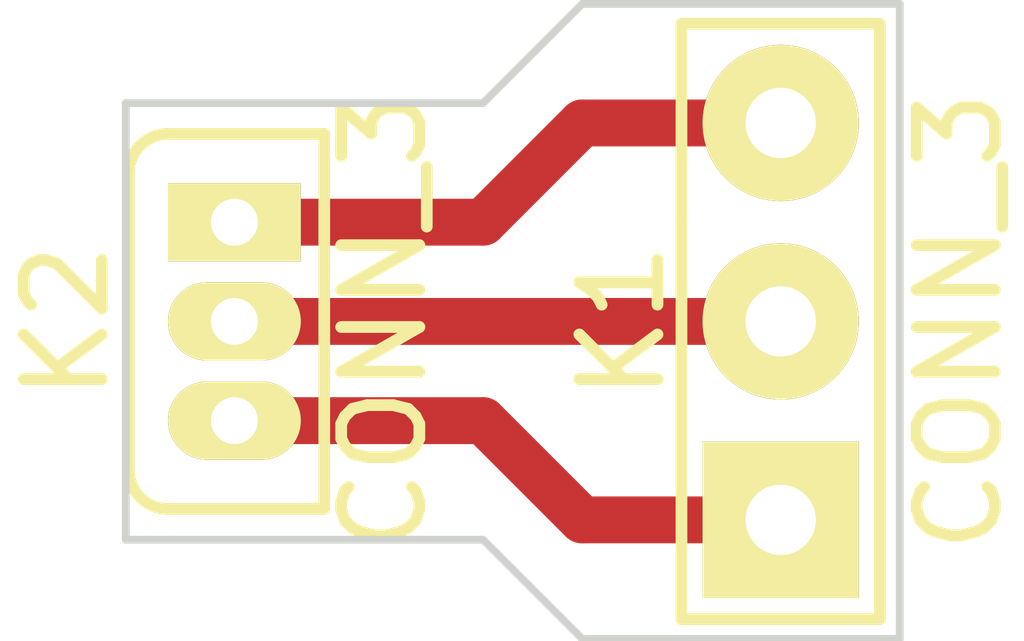
<source format=kicad_pcb>
(kicad_pcb (version 3) (host pcbnew "(2013-may-18)-stable")

  (general
    (links 3)
    (no_connects 0)
    (area 0 0 0 0)
    (thickness 1.6)
    (drawings 8)
    (tracks 7)
    (zones 0)
    (modules 2)
    (nets 4)
  )

  (page A3)
  (layers
    (15 F.Cu signal)
    (0 B.Cu signal)
    (16 B.Adhes user)
    (17 F.Adhes user)
    (18 B.Paste user)
    (19 F.Paste user)
    (20 B.SilkS user)
    (21 F.SilkS user)
    (22 B.Mask user)
    (23 F.Mask user)
    (24 Dwgs.User user)
    (25 Cmts.User user)
    (26 Eco1.User user)
    (27 Eco2.User user)
    (28 Edge.Cuts user)
  )

  (setup
    (last_trace_width 0.6)
    (trace_clearance 0.254)
    (zone_clearance 0.508)
    (zone_45_only no)
    (trace_min 0.254)
    (segment_width 0.2)
    (edge_width 0.1)
    (via_size 0.889)
    (via_drill 0.635)
    (via_min_size 0.889)
    (via_min_drill 0.508)
    (uvia_size 0.508)
    (uvia_drill 0.127)
    (uvias_allowed no)
    (uvia_min_size 0.508)
    (uvia_min_drill 0.127)
    (pcb_text_width 0.3)
    (pcb_text_size 1.5 1.5)
    (mod_edge_width 0.15)
    (mod_text_size 1 1)
    (mod_text_width 0.15)
    (pad_size 1.5 1.5)
    (pad_drill 0.6)
    (pad_to_mask_clearance 0)
    (aux_axis_origin 0 0)
    (visible_elements FFFFFFBF)
    (pcbplotparams
      (layerselection 3178497)
      (usegerberextensions true)
      (excludeedgelayer true)
      (linewidth 0.150000)
      (plotframeref false)
      (viasonmask false)
      (mode 1)
      (useauxorigin false)
      (hpglpennumber 1)
      (hpglpenspeed 20)
      (hpglpendiameter 15)
      (hpglpenoverlay 2)
      (psnegative false)
      (psa4output false)
      (plotreference true)
      (plotvalue true)
      (plotothertext true)
      (plotinvisibletext false)
      (padsonsilk false)
      (subtractmaskfromsilk false)
      (outputformat 1)
      (mirror false)
      (drillshape 1)
      (scaleselection 1)
      (outputdirectory ""))
  )

  (net 0 "")
  (net 1 N-000001)
  (net 2 N-000002)
  (net 3 N-000003)

  (net_class Default "This is the default net class."
    (clearance 0.254)
    (trace_width 0.6)
    (via_dia 0.889)
    (via_drill 0.635)
    (uvia_dia 0.508)
    (uvia_drill 0.127)
    (add_net "")
    (add_net N-000001)
    (add_net N-000002)
    (add_net N-000003)
  )

  (module Tsic_TO92 (layer F.Cu) (tedit 5362AF76) (tstamp 536A8325)
    (at 48.26 27.94 270)
    (path /536A82DA)
    (fp_text reference K2 (at 0 4.064 270) (layer F.SilkS)
      (effects (font (size 1 1) (thickness 0.15)))
    )
    (fp_text value CONN_3 (at 0 0 270) (layer F.SilkS)
      (effects (font (size 1 1) (thickness 0.15)))
    )
    (fp_arc (start 1.9 2.762) (end 2.4 2.762) (angle 90) (layer F.SilkS) (width 0.15))
    (fp_arc (start -1.9 2.762) (end -1.9 3.262) (angle 90) (layer F.SilkS) (width 0.15))
    (fp_line (start -2.4 0.762) (end 2.4 0.762) (layer F.SilkS) (width 0.15))
    (fp_line (start 2.4 0.762) (end 2.4 2.762) (layer F.SilkS) (width 0.15))
    (fp_line (start 1.9 3.262) (end -1.9 3.262) (layer F.SilkS) (width 0.15))
    (fp_line (start -2.4 2.762) (end -2.4 0.762) (layer F.SilkS) (width 0.15))
    (pad 2 thru_hole oval (at 0 1.912 270) (size 1 1.7) (drill 0.6)
      (layers *.Cu *.Mask F.SilkS)
      (net 2 N-000002)
    )
    (pad 1 thru_hole trapezoid (at -1.27 1.912 270) (size 1 1.7) (drill 0.6)
      (layers *.Cu *.Mask F.SilkS)
      (net 1 N-000001)
    )
    (pad 3 thru_hole oval (at 1.27 1.912 270) (size 1 1.7) (drill 0.6)
      (layers *.Cu *.Mask F.SilkS)
      (net 3 N-000003)
    )
  )

  (module Stiftleiste_3x1 (layer F.Cu) (tedit 535A5C42) (tstamp 536A8332)
    (at 53.34 27.94 90)
    (path /536A82CD)
    (fp_text reference K1 (at 0 -2.032 90) (layer F.SilkS)
      (effects (font (size 1 1) (thickness 0.15)))
    )
    (fp_text value CONN_3 (at 0 2.286 90) (layer F.SilkS)
      (effects (font (size 1 1) (thickness 0.15)))
    )
    (fp_line (start 1.27 -1.27) (end 3.81 -1.27) (layer F.SilkS) (width 0.15))
    (fp_line (start 3.81 -1.27) (end 3.81 1.27) (layer F.SilkS) (width 0.15))
    (fp_line (start 3.81 1.27) (end 1.27 1.27) (layer F.SilkS) (width 0.15))
    (fp_line (start -3.81 -1.27) (end 1.27 -1.27) (layer F.SilkS) (width 0.15))
    (fp_line (start 1.27 1.27) (end -3.81 1.27) (layer F.SilkS) (width 0.15))
    (fp_line (start -3.81 1.27) (end -3.81 -1.27) (layer F.SilkS) (width 0.15))
    (pad 1 thru_hole rect (at -2.54 0 90) (size 2 2) (drill 0.9)
      (layers *.Cu *.Mask F.SilkS)
      (net 3 N-000003)
    )
    (pad 2 thru_hole circle (at 0 0 90) (size 2 2) (drill 0.9)
      (layers *.Cu *.Mask F.SilkS)
      (net 2 N-000002)
    )
    (pad 3 thru_hole circle (at 2.54 0 90) (size 2 2) (drill 0.9)
      (layers *.Cu *.Mask F.SilkS)
      (net 1 N-000001)
    )
  )

  (gr_line (start 54.864 32.004) (end 54.864 23.876) (angle 90) (layer Edge.Cuts) (width 0.1))
  (gr_line (start 50.8 32.004) (end 54.864 32.004) (angle 90) (layer Edge.Cuts) (width 0.1))
  (gr_line (start 49.53 30.734) (end 50.8 32.004) (angle 90) (layer Edge.Cuts) (width 0.1))
  (gr_line (start 44.958 30.734) (end 49.53 30.734) (angle 90) (layer Edge.Cuts) (width 0.1))
  (gr_line (start 44.958 25.146) (end 44.958 30.734) (angle 90) (layer Edge.Cuts) (width 0.1))
  (gr_line (start 49.53 25.146) (end 44.958 25.146) (angle 90) (layer Edge.Cuts) (width 0.1))
  (gr_line (start 50.8 23.876) (end 49.53 25.146) (angle 90) (layer Edge.Cuts) (width 0.1))
  (gr_line (start 54.864 23.876) (end 50.8 23.876) (angle 90) (layer Edge.Cuts) (width 0.1))

  (segment (start 46.348 26.67) (end 49.53 26.67) (width 0.6) (layer F.Cu) (net 1) (status 400000))
  (segment (start 50.8 25.4) (end 53.34 25.4) (width 0.6) (layer F.Cu) (net 1) (tstamp 536A834F) (status 800000))
  (segment (start 49.53 26.67) (end 50.8 25.4) (width 0.6) (layer F.Cu) (net 1) (tstamp 536A834E))
  (segment (start 46.348 27.94) (end 53.34 27.94) (width 0.6) (layer F.Cu) (net 2) (status C00000))
  (segment (start 46.348 29.21) (end 49.53 29.21) (width 0.6) (layer F.Cu) (net 3) (status 400000))
  (segment (start 50.8 30.48) (end 53.34 30.48) (width 0.6) (layer F.Cu) (net 3) (tstamp 536A8355) (status 800000))
  (segment (start 49.53 29.21) (end 50.8 30.48) (width 0.6) (layer F.Cu) (net 3) (tstamp 536A8354))

)

</source>
